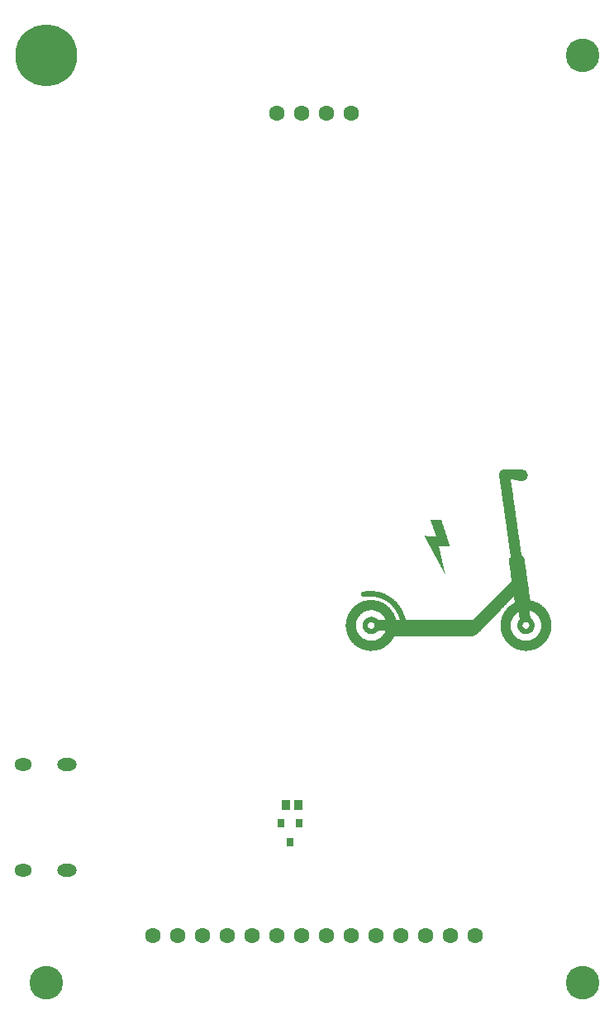
<source format=gbs>
G04*
G04 #@! TF.GenerationSoftware,Altium Limited,Altium Designer,22.11.1 (43)*
G04*
G04 Layer_Color=16711935*
%FSLAX25Y25*%
%MOIN*%
G70*
G04*
G04 #@! TF.SameCoordinates,A43992B1-1ED5-4B78-BC8A-5A3AD63A8115*
G04*
G04*
G04 #@! TF.FilePolarity,Negative*
G04*
G01*
G75*
%ADD33R,0.03747X0.04140*%
%ADD35C,0.06306*%
%ADD36O,0.07880X0.05124*%
%ADD37O,0.07093X0.05124*%
%ADD38C,0.13543*%
%ADD39C,0.24961*%
%ADD45R,0.03150X0.03543*%
G36*
X212250Y226556D02*
X212646D01*
Y226457D01*
X212844D01*
Y226358D01*
X212943D01*
Y226259D01*
X213141D01*
Y226160D01*
X213240D01*
Y226061D01*
X213338D01*
Y225962D01*
X213438D01*
Y225864D01*
X213537D01*
Y225764D01*
X213635D01*
Y225567D01*
X213734D01*
Y225369D01*
X213833D01*
Y225171D01*
X213932D01*
Y224775D01*
X214031D01*
Y223983D01*
X213932D01*
Y223488D01*
X213833D01*
Y223291D01*
X213734D01*
Y223093D01*
X213635D01*
Y222994D01*
X213537D01*
Y222895D01*
X213438D01*
Y222697D01*
X213240D01*
Y222598D01*
X213141D01*
Y222499D01*
X213042D01*
Y222400D01*
X212943D01*
Y222301D01*
X212646D01*
Y222202D01*
X212448D01*
Y222103D01*
X212052D01*
Y222004D01*
X211359D01*
Y222103D01*
X210667D01*
Y222202D01*
X210172D01*
Y222301D01*
X209479D01*
Y222400D01*
X208984D01*
Y222499D01*
X208391D01*
Y222598D01*
X207797D01*
Y222697D01*
X207203D01*
Y222202D01*
X207302D01*
Y221410D01*
X207401D01*
Y220817D01*
X207500D01*
Y220025D01*
X207599D01*
Y219431D01*
X207698D01*
Y218639D01*
X207797D01*
Y218046D01*
X207896D01*
Y217254D01*
X207995D01*
Y216561D01*
X208094D01*
Y215968D01*
X208193D01*
Y215077D01*
X208292D01*
Y214483D01*
X208391D01*
Y213692D01*
X208490D01*
Y213098D01*
X208589D01*
Y212405D01*
X208687D01*
Y211713D01*
X208787D01*
Y211119D01*
X208885D01*
Y210228D01*
X208984D01*
Y209634D01*
X209083D01*
Y208942D01*
X209182D01*
Y208249D01*
X209281D01*
Y207556D01*
X209380D01*
Y206765D01*
X209479D01*
Y206171D01*
X209578D01*
Y205379D01*
X209677D01*
Y204686D01*
X209776D01*
Y204093D01*
X209875D01*
Y203301D01*
X209974D01*
Y202707D01*
X210073D01*
Y201916D01*
X210172D01*
Y201322D01*
X210271D01*
Y200530D01*
X210370D01*
Y199739D01*
X210469D01*
Y199244D01*
X210568D01*
Y198353D01*
X210667D01*
Y197858D01*
X210766D01*
Y197067D01*
X210865D01*
Y196374D01*
X210964D01*
Y195681D01*
X211063D01*
Y194889D01*
X211161D01*
Y194296D01*
X211260D01*
Y193504D01*
X211359D01*
Y192910D01*
X211458D01*
Y192119D01*
X211557D01*
Y191921D01*
X211755D01*
Y191822D01*
X211953D01*
Y191723D01*
X212052D01*
Y191624D01*
X212250D01*
Y191525D01*
X212349D01*
Y191426D01*
X212448D01*
Y191228D01*
X212547D01*
Y191030D01*
X212646D01*
Y190733D01*
X212745D01*
Y189843D01*
X212844D01*
Y189249D01*
X212943D01*
Y188457D01*
X213042D01*
Y187864D01*
X213141D01*
Y187171D01*
X213240D01*
Y186379D01*
X213338D01*
Y185785D01*
X213438D01*
Y184994D01*
X213537D01*
Y184400D01*
X213635D01*
Y183608D01*
X213734D01*
Y182916D01*
X213833D01*
Y182223D01*
X213932D01*
Y181431D01*
X214031D01*
Y180838D01*
X214130D01*
Y180046D01*
X214229D01*
Y179452D01*
X214328D01*
Y178759D01*
X214427D01*
Y177968D01*
X214526D01*
Y177374D01*
X214625D01*
Y176483D01*
X214724D01*
Y175890D01*
X214823D01*
Y175197D01*
X214922D01*
Y174504D01*
X215021D01*
Y174009D01*
X215120D01*
Y173910D01*
X215318D01*
Y173811D01*
X215912D01*
Y173713D01*
X216109D01*
Y173614D01*
X216505D01*
Y173514D01*
X216802D01*
Y173416D01*
X217000D01*
Y173317D01*
X217297D01*
Y173218D01*
X217495D01*
Y173119D01*
X217792D01*
Y173020D01*
X217891D01*
Y172921D01*
X218089D01*
Y172822D01*
X218286D01*
Y172723D01*
X218484D01*
Y172624D01*
X218682D01*
Y172525D01*
X218781D01*
Y172426D01*
X218979D01*
Y172327D01*
X219078D01*
Y172228D01*
X219276D01*
Y172129D01*
X219375D01*
Y172030D01*
X219474D01*
Y171931D01*
X219672D01*
Y171832D01*
X219771D01*
Y171733D01*
X219870D01*
Y171634D01*
X219969D01*
Y171535D01*
X220068D01*
Y171436D01*
X220266D01*
Y171337D01*
X220365D01*
Y171239D01*
X220463D01*
Y171140D01*
X220563D01*
Y171041D01*
X220661D01*
Y170942D01*
X220760D01*
Y170843D01*
X220859D01*
Y170744D01*
X220958D01*
Y170645D01*
X221057D01*
Y170447D01*
X221156D01*
Y170348D01*
X221255D01*
Y170249D01*
X221354D01*
Y170150D01*
X221453D01*
Y169952D01*
X221552D01*
Y169853D01*
X221651D01*
Y169754D01*
X221750D01*
Y169556D01*
X221849D01*
Y169457D01*
X221948D01*
Y169259D01*
X222047D01*
Y169061D01*
X222146D01*
Y168963D01*
X222245D01*
Y168764D01*
X222344D01*
Y168567D01*
X222443D01*
Y168369D01*
X222542D01*
Y168171D01*
X222641D01*
Y167973D01*
X222740D01*
Y167676D01*
X222838D01*
Y167478D01*
X222937D01*
Y167181D01*
X223037D01*
Y166983D01*
X223135D01*
Y166587D01*
X223234D01*
Y166192D01*
X223333D01*
Y165796D01*
X223432D01*
Y165004D01*
X223531D01*
Y163817D01*
X223630D01*
Y163718D01*
X223531D01*
Y162629D01*
X223432D01*
Y161837D01*
X223333D01*
Y161442D01*
X223234D01*
Y161046D01*
X223135D01*
Y160650D01*
X223037D01*
Y160452D01*
X222937D01*
Y160155D01*
X222838D01*
Y159957D01*
X222740D01*
Y159660D01*
X222641D01*
Y159462D01*
X222542D01*
Y159265D01*
X222443D01*
Y159067D01*
X222344D01*
Y158869D01*
X222245D01*
Y158671D01*
X222146D01*
Y158572D01*
X222047D01*
Y158374D01*
X221948D01*
Y158176D01*
X221849D01*
Y158077D01*
X221750D01*
Y157879D01*
X221651D01*
Y157780D01*
X221552D01*
Y157681D01*
X221453D01*
Y157483D01*
X221354D01*
Y157384D01*
X221255D01*
Y157285D01*
X221156D01*
Y157186D01*
X221057D01*
Y156989D01*
X220958D01*
Y156889D01*
X220859D01*
Y156791D01*
X220760D01*
Y156692D01*
X220661D01*
Y156593D01*
X220563D01*
Y156494D01*
X220463D01*
Y156395D01*
X220365D01*
Y156296D01*
X220266D01*
Y156197D01*
X220068D01*
Y155999D01*
X219870D01*
Y155900D01*
X219771D01*
Y155801D01*
X219672D01*
Y155702D01*
X219573D01*
Y155603D01*
X219375D01*
Y155504D01*
X219276D01*
Y155405D01*
X219078D01*
Y155306D01*
X218979D01*
Y155207D01*
X218781D01*
Y155108D01*
X218682D01*
Y155009D01*
X218484D01*
Y154910D01*
X218286D01*
Y154811D01*
X218089D01*
Y154712D01*
X217990D01*
Y154613D01*
X217693D01*
Y154515D01*
X217594D01*
Y154416D01*
X217297D01*
Y154317D01*
X217099D01*
Y154218D01*
X216802D01*
Y154119D01*
X216505D01*
Y154020D01*
X216208D01*
Y153921D01*
X215812D01*
Y153822D01*
X215417D01*
Y153723D01*
X214922D01*
Y153624D01*
X213833D01*
Y153525D01*
X212943D01*
Y153624D01*
X211656D01*
Y153723D01*
X211161D01*
Y153822D01*
X210766D01*
Y153921D01*
X210370D01*
Y154020D01*
X210172D01*
Y154119D01*
X209776D01*
Y154218D01*
X209578D01*
Y154317D01*
X209281D01*
Y154416D01*
X209083D01*
Y154515D01*
X208885D01*
Y154613D01*
X208687D01*
Y154712D01*
X208490D01*
Y154811D01*
X208292D01*
Y154910D01*
X208094D01*
Y155009D01*
X207995D01*
Y155108D01*
X207797D01*
Y155207D01*
X207698D01*
Y155306D01*
X207500D01*
Y155405D01*
X207401D01*
Y155504D01*
X207203D01*
Y155603D01*
X207104D01*
Y155702D01*
X207005D01*
Y155801D01*
X206807D01*
Y155900D01*
X206708D01*
Y155999D01*
X206609D01*
Y156098D01*
X206510D01*
Y156197D01*
X206412D01*
Y156296D01*
X206312D01*
Y156395D01*
X206213D01*
Y156494D01*
X206115D01*
Y156593D01*
X206016D01*
Y156692D01*
X205917D01*
Y156791D01*
X205818D01*
Y156889D01*
X205719D01*
Y156989D01*
X205620D01*
Y157088D01*
X205521D01*
Y157186D01*
X205422D01*
Y157285D01*
X205323D01*
Y157483D01*
X205224D01*
Y157582D01*
X205125D01*
Y157681D01*
X205026D01*
Y157780D01*
X204927D01*
Y157978D01*
X204828D01*
Y158077D01*
X204729D01*
Y158275D01*
X204630D01*
Y158473D01*
X204531D01*
Y158572D01*
X204432D01*
Y158770D01*
X204333D01*
Y158968D01*
X204234D01*
Y159166D01*
X204135D01*
Y159363D01*
X204036D01*
Y159462D01*
X203938D01*
Y159759D01*
X203838D01*
Y159957D01*
X203740D01*
Y160254D01*
X203641D01*
Y160551D01*
X203542D01*
Y160848D01*
X203443D01*
Y161244D01*
X203344D01*
Y161541D01*
X203245D01*
Y162134D01*
X203146D01*
Y162728D01*
X203047D01*
Y164806D01*
X203146D01*
Y165499D01*
X203245D01*
Y166093D01*
X203344D01*
Y166390D01*
X203443D01*
Y166785D01*
X203542D01*
Y167082D01*
X203641D01*
Y167379D01*
X203740D01*
Y167676D01*
X203838D01*
Y167874D01*
X203938D01*
Y168171D01*
X204036D01*
Y168270D01*
X204135D01*
Y168567D01*
X204234D01*
Y168666D01*
X204333D01*
Y168863D01*
X204432D01*
Y169061D01*
X204531D01*
Y169160D01*
X204630D01*
Y169358D01*
X204729D01*
Y169556D01*
X204828D01*
Y169655D01*
X204927D01*
Y169853D01*
X205026D01*
Y169952D01*
X205125D01*
Y170051D01*
X205224D01*
Y170150D01*
X205323D01*
Y170348D01*
X205422D01*
Y170447D01*
X205521D01*
Y170546D01*
X205620D01*
Y170645D01*
X205719D01*
Y170744D01*
X205818D01*
Y170843D01*
X205917D01*
Y170942D01*
X206016D01*
Y171041D01*
X206115D01*
Y171140D01*
X206213D01*
Y171239D01*
X206312D01*
Y171337D01*
X206412D01*
Y171436D01*
X206510D01*
Y171535D01*
X206609D01*
Y171634D01*
X206708D01*
Y171733D01*
X206807D01*
Y171832D01*
X207005D01*
Y171931D01*
X207104D01*
Y172030D01*
X207203D01*
Y172129D01*
X207401D01*
Y172228D01*
X207500D01*
Y172327D01*
X207599D01*
Y172426D01*
X207797D01*
Y172525D01*
X207995D01*
Y172624D01*
X208193D01*
Y172723D01*
X208292D01*
Y172822D01*
X208490D01*
Y172921D01*
X208687D01*
Y174009D01*
X208589D01*
Y174603D01*
X208490D01*
Y175296D01*
X208391D01*
Y175395D01*
X208292D01*
Y175296D01*
X208193D01*
Y175197D01*
X208094D01*
Y175098D01*
X207995D01*
Y174999D01*
X207896D01*
Y174900D01*
X207797D01*
Y174801D01*
X207698D01*
Y174702D01*
X207599D01*
Y174603D01*
X207500D01*
Y174504D01*
X207401D01*
Y174405D01*
X207302D01*
Y174306D01*
X207203D01*
Y174207D01*
X207104D01*
Y174108D01*
X207005D01*
Y174009D01*
X206906D01*
Y173910D01*
X206807D01*
Y173811D01*
X206708D01*
Y173713D01*
X206609D01*
Y173614D01*
X206510D01*
Y173514D01*
X206412D01*
Y173416D01*
X206312D01*
Y173218D01*
X206115D01*
Y173020D01*
X206016D01*
Y172921D01*
X205917D01*
Y172822D01*
X205818D01*
Y172723D01*
X205719D01*
Y172624D01*
X205620D01*
Y172525D01*
X205521D01*
Y172426D01*
X205422D01*
Y172327D01*
X205323D01*
Y172228D01*
X205224D01*
Y172129D01*
X205125D01*
Y172030D01*
X205026D01*
Y171931D01*
X204927D01*
Y171832D01*
X204828D01*
Y171733D01*
X204729D01*
Y171634D01*
X204630D01*
Y171535D01*
X204531D01*
Y171436D01*
X204432D01*
Y171337D01*
X204333D01*
Y171239D01*
X204234D01*
Y171140D01*
X204135D01*
Y171041D01*
X204036D01*
Y170942D01*
X203938D01*
Y170843D01*
X203838D01*
Y170744D01*
X203740D01*
Y170645D01*
X203641D01*
Y170546D01*
X203542D01*
Y170447D01*
X203443D01*
Y170249D01*
X203245D01*
Y170051D01*
X203146D01*
Y169952D01*
X203047D01*
Y169853D01*
X202948D01*
Y169754D01*
X202849D01*
Y169655D01*
X202750D01*
Y169556D01*
X202651D01*
Y169457D01*
X202552D01*
Y169358D01*
X202453D01*
Y169259D01*
X202354D01*
Y169160D01*
X202255D01*
Y169061D01*
X202156D01*
Y168963D01*
X202057D01*
Y168863D01*
X201958D01*
Y168764D01*
X201859D01*
Y168666D01*
X201760D01*
Y168567D01*
X201661D01*
Y168468D01*
X201562D01*
Y168369D01*
X201464D01*
Y168270D01*
X201365D01*
Y168171D01*
X201266D01*
Y168072D01*
X201167D01*
Y167973D01*
X201068D01*
Y167874D01*
X200969D01*
Y167775D01*
X200870D01*
Y167676D01*
X200771D01*
Y167577D01*
X200672D01*
Y167379D01*
X200573D01*
Y167280D01*
X200474D01*
Y167181D01*
X200375D01*
Y167082D01*
X200276D01*
Y166983D01*
X200177D01*
Y166884D01*
X200078D01*
Y166785D01*
X199979D01*
Y166686D01*
X199880D01*
Y166587D01*
X199781D01*
Y166489D01*
X199682D01*
Y166390D01*
X199583D01*
Y166291D01*
X199484D01*
Y166192D01*
X199385D01*
Y166093D01*
X199286D01*
Y165994D01*
X199188D01*
Y165895D01*
X199089D01*
Y165796D01*
X198990D01*
Y165697D01*
X198891D01*
Y165598D01*
X198792D01*
Y165499D01*
X198693D01*
Y165400D01*
X198594D01*
Y165301D01*
X198495D01*
Y165202D01*
X198396D01*
Y165103D01*
X198297D01*
Y165004D01*
X198198D01*
Y164806D01*
X198000D01*
Y164608D01*
X197802D01*
Y164410D01*
X197703D01*
Y164311D01*
X197604D01*
Y164213D01*
X197505D01*
Y164113D01*
X197406D01*
Y164014D01*
X197307D01*
Y163916D01*
X197208D01*
Y163817D01*
X197109D01*
Y163718D01*
X197010D01*
Y163619D01*
X196912D01*
Y163520D01*
X196812D01*
Y163421D01*
X196713D01*
Y163322D01*
X196615D01*
Y163223D01*
X196516D01*
Y163124D01*
X196417D01*
Y163025D01*
X196318D01*
Y162926D01*
X196219D01*
Y162827D01*
X196120D01*
Y162728D01*
X196021D01*
Y162629D01*
X195922D01*
Y162530D01*
X195823D01*
Y162431D01*
X195724D01*
Y162332D01*
X195625D01*
Y162233D01*
X195526D01*
Y162134D01*
X195427D01*
Y161936D01*
X195229D01*
Y161739D01*
X195130D01*
Y161639D01*
X195031D01*
Y161541D01*
X194932D01*
Y161442D01*
X194734D01*
Y161343D01*
X194635D01*
Y161244D01*
X194536D01*
Y161145D01*
X194438D01*
Y161046D01*
X194339D01*
Y160947D01*
X194240D01*
Y160848D01*
X194141D01*
Y160749D01*
X194042D01*
Y160650D01*
X193943D01*
Y160551D01*
X193844D01*
Y160452D01*
X193745D01*
Y160353D01*
X193547D01*
Y160254D01*
X193448D01*
Y160155D01*
X193250D01*
Y160056D01*
X193052D01*
Y159957D01*
X192953D01*
Y159858D01*
X192755D01*
Y159759D01*
X192557D01*
Y159660D01*
X192260D01*
Y159561D01*
X191964D01*
Y159462D01*
X191667D01*
Y159363D01*
X191073D01*
Y159265D01*
X160594D01*
Y159363D01*
X160099D01*
Y159166D01*
X160000D01*
Y158968D01*
X159901D01*
Y158869D01*
X159802D01*
Y158671D01*
X159703D01*
Y158473D01*
X159604D01*
Y158275D01*
X159505D01*
Y158176D01*
X159406D01*
Y158077D01*
X159307D01*
Y157879D01*
X159208D01*
Y157780D01*
X159109D01*
Y157582D01*
X159010D01*
Y157483D01*
X158912D01*
Y157384D01*
X158812D01*
Y157186D01*
X158713D01*
Y157088D01*
X158615D01*
Y156989D01*
X158516D01*
Y156889D01*
X158417D01*
Y156791D01*
X158318D01*
Y156692D01*
X158219D01*
Y156593D01*
X158120D01*
Y156494D01*
X158021D01*
Y156395D01*
X157922D01*
Y156296D01*
X157823D01*
Y156197D01*
X157724D01*
Y156098D01*
X157625D01*
Y155999D01*
X157427D01*
Y155900D01*
X157328D01*
Y155801D01*
X157229D01*
Y155702D01*
X157130D01*
Y155603D01*
X156932D01*
Y155504D01*
X156833D01*
Y155405D01*
X156734D01*
Y155306D01*
X156536D01*
Y155207D01*
X156438D01*
Y155108D01*
X156240D01*
Y155009D01*
X156042D01*
Y154910D01*
X155943D01*
Y154811D01*
X155745D01*
Y154712D01*
X155547D01*
Y154613D01*
X155349D01*
Y154515D01*
X155151D01*
Y154416D01*
X154854D01*
Y154317D01*
X154656D01*
Y154218D01*
X154458D01*
Y154119D01*
X154062D01*
Y154020D01*
X153865D01*
Y153921D01*
X153370D01*
Y153822D01*
X152974D01*
Y153723D01*
X152479D01*
Y153624D01*
X151292D01*
Y153525D01*
X150302D01*
Y153624D01*
X149312D01*
Y153723D01*
X148818D01*
Y153822D01*
X148422D01*
Y153921D01*
X147927D01*
Y154020D01*
X147729D01*
Y154119D01*
X147333D01*
Y154218D01*
X147135D01*
Y154317D01*
X146838D01*
Y154416D01*
X146641D01*
Y154515D01*
X146443D01*
Y154613D01*
X146245D01*
Y154712D01*
X146047D01*
Y154811D01*
X145849D01*
Y154910D01*
X145750D01*
Y155009D01*
X145552D01*
Y155108D01*
X145354D01*
Y155207D01*
X145255D01*
Y155306D01*
X145057D01*
Y155405D01*
X144958D01*
Y155504D01*
X144760D01*
Y155603D01*
X144661D01*
Y155702D01*
X144562D01*
Y155801D01*
X144365D01*
Y155900D01*
X144266D01*
Y155999D01*
X144167D01*
Y156098D01*
X144068D01*
Y156197D01*
X143969D01*
Y156296D01*
X143870D01*
Y156395D01*
X143771D01*
Y156494D01*
X143672D01*
Y156593D01*
X143573D01*
Y156692D01*
X143474D01*
Y156791D01*
X143375D01*
Y156889D01*
X143276D01*
Y156989D01*
X143177D01*
Y157088D01*
X143078D01*
Y157186D01*
X142979D01*
Y157384D01*
X142880D01*
Y157483D01*
X142781D01*
Y157582D01*
X142682D01*
Y157780D01*
X142583D01*
Y157879D01*
X142484D01*
Y157978D01*
X142385D01*
Y158176D01*
X142287D01*
Y158275D01*
X142188D01*
Y158473D01*
X142088D01*
Y158572D01*
X141990D01*
Y158770D01*
X141891D01*
Y158968D01*
X141792D01*
Y159166D01*
X141693D01*
Y159363D01*
X141594D01*
Y159561D01*
X141495D01*
Y159858D01*
X141396D01*
Y160056D01*
X141297D01*
Y160353D01*
X141198D01*
Y160551D01*
X141099D01*
Y160848D01*
X141000D01*
Y161343D01*
X140901D01*
Y161639D01*
X140802D01*
Y162332D01*
X140703D01*
Y163124D01*
X140604D01*
Y164509D01*
X140703D01*
Y165301D01*
X140802D01*
Y165994D01*
X140901D01*
Y166291D01*
X141000D01*
Y166785D01*
X141099D01*
Y167082D01*
X141198D01*
Y167280D01*
X141297D01*
Y167577D01*
X141396D01*
Y167775D01*
X141495D01*
Y168072D01*
X141594D01*
Y168270D01*
X141693D01*
Y168468D01*
X141792D01*
Y168666D01*
X141891D01*
Y168863D01*
X141990D01*
Y169061D01*
X142088D01*
Y169160D01*
X142188D01*
Y169358D01*
X142287D01*
Y169457D01*
X142385D01*
Y169655D01*
X142484D01*
Y169754D01*
X142583D01*
Y169853D01*
X142682D01*
Y170051D01*
X142781D01*
Y170150D01*
X142880D01*
Y170249D01*
X142979D01*
Y170447D01*
X143078D01*
Y170546D01*
X143177D01*
Y170645D01*
X143276D01*
Y170744D01*
X143375D01*
Y170843D01*
X143474D01*
Y170942D01*
X143573D01*
Y171041D01*
X143672D01*
Y171140D01*
X143771D01*
Y171239D01*
X143870D01*
Y171337D01*
X143969D01*
Y171436D01*
X144068D01*
Y171535D01*
X144167D01*
Y171634D01*
X144266D01*
Y171733D01*
X144464D01*
Y171832D01*
X144562D01*
Y171931D01*
X144661D01*
Y172030D01*
X144760D01*
Y172129D01*
X144958D01*
Y172228D01*
X145057D01*
Y172327D01*
X145255D01*
Y172426D01*
X145354D01*
Y172525D01*
X145552D01*
Y172624D01*
X145750D01*
Y172723D01*
X145849D01*
Y172822D01*
X146047D01*
Y172921D01*
X146245D01*
Y173020D01*
X146443D01*
Y173119D01*
X146740D01*
Y173218D01*
X146838D01*
Y173317D01*
X147135D01*
Y173416D01*
X147432D01*
Y173514D01*
X147630D01*
Y173614D01*
X148026D01*
Y173713D01*
X148323D01*
Y173811D01*
X148818D01*
Y173910D01*
X149312D01*
Y174009D01*
X150302D01*
Y174108D01*
X151391D01*
Y174009D01*
X152479D01*
Y173910D01*
X152875D01*
Y173811D01*
X153469D01*
Y173713D01*
X153766D01*
Y173614D01*
X154062D01*
Y173514D01*
X154359D01*
Y173416D01*
X154656D01*
Y173317D01*
X154854D01*
Y173218D01*
X155052D01*
Y173119D01*
X155349D01*
Y173020D01*
X155547D01*
Y172921D01*
X155745D01*
Y172822D01*
X155943D01*
Y172723D01*
X156042D01*
Y172624D01*
X156240D01*
Y172525D01*
X156339D01*
Y172426D01*
X156536D01*
Y172327D01*
X156734D01*
Y172228D01*
X156833D01*
Y172129D01*
X156932D01*
Y172030D01*
X157130D01*
Y171931D01*
X157229D01*
Y171832D01*
X157328D01*
Y171733D01*
X157526D01*
Y171634D01*
X157625D01*
Y171535D01*
X157724D01*
Y171436D01*
X157823D01*
Y171337D01*
X157922D01*
Y171239D01*
X158021D01*
Y171140D01*
X158120D01*
Y171041D01*
X158219D01*
Y170942D01*
X158318D01*
Y170843D01*
X158417D01*
Y170744D01*
X158516D01*
Y170645D01*
X158615D01*
Y170546D01*
X158713D01*
Y170447D01*
X158812D01*
Y170249D01*
X158912D01*
Y170150D01*
X159010D01*
Y170051D01*
X159109D01*
Y169853D01*
X159208D01*
Y169754D01*
X159307D01*
Y169556D01*
X159406D01*
Y169457D01*
X159505D01*
Y169259D01*
X159604D01*
Y169160D01*
X159703D01*
Y168963D01*
X159802D01*
Y168764D01*
X159901D01*
Y168666D01*
X160000D01*
Y168468D01*
X160099D01*
Y168270D01*
X160198D01*
Y168072D01*
X160297D01*
Y167775D01*
X160396D01*
Y167577D01*
X160495D01*
Y167280D01*
X160594D01*
Y166983D01*
X160693D01*
Y166686D01*
X160792D01*
Y166291D01*
X160891D01*
Y166093D01*
X160990D01*
Y165994D01*
X162276D01*
Y166093D01*
X162375D01*
Y166489D01*
X162276D01*
Y166686D01*
X162177D01*
Y167082D01*
X162078D01*
Y167280D01*
X161979D01*
Y167577D01*
X161880D01*
Y167874D01*
X161781D01*
Y168072D01*
X161682D01*
Y168270D01*
X161583D01*
Y168468D01*
X161484D01*
Y168764D01*
X161385D01*
Y168863D01*
X161286D01*
Y169061D01*
X161188D01*
Y169259D01*
X161089D01*
Y169358D01*
X160990D01*
Y169556D01*
X160891D01*
Y169655D01*
X160792D01*
Y169853D01*
X160693D01*
Y170051D01*
X160594D01*
Y170150D01*
X160495D01*
Y170348D01*
X160396D01*
Y170447D01*
X160297D01*
Y170546D01*
X160198D01*
Y170744D01*
X160099D01*
Y170843D01*
X160000D01*
Y170942D01*
X159901D01*
Y171041D01*
X159802D01*
Y171239D01*
X159604D01*
Y171436D01*
X159505D01*
Y171535D01*
X159406D01*
Y171634D01*
X159307D01*
Y171733D01*
X159208D01*
Y171832D01*
X159109D01*
Y171931D01*
X159010D01*
Y172030D01*
X158912D01*
Y172129D01*
X158812D01*
Y172228D01*
X158713D01*
Y172327D01*
X158615D01*
Y172426D01*
X158417D01*
Y172525D01*
X158318D01*
Y172624D01*
X158219D01*
Y172723D01*
X158120D01*
Y172822D01*
X158021D01*
Y172921D01*
X157823D01*
Y173020D01*
X157724D01*
Y173119D01*
X157625D01*
Y173218D01*
X157427D01*
Y173317D01*
X157328D01*
Y173416D01*
X157130D01*
Y173514D01*
X157031D01*
Y173614D01*
X156833D01*
Y173713D01*
X156635D01*
Y173811D01*
X156536D01*
Y173910D01*
X156339D01*
Y174009D01*
X156141D01*
Y174108D01*
X155943D01*
Y174207D01*
X155745D01*
Y174306D01*
X155547D01*
Y174405D01*
X155349D01*
Y174504D01*
X155151D01*
Y174603D01*
X154854D01*
Y174702D01*
X154656D01*
Y174801D01*
X154359D01*
Y174900D01*
X154062D01*
Y174999D01*
X153667D01*
Y175098D01*
X153271D01*
Y175197D01*
X152875D01*
Y175296D01*
X152182D01*
Y175395D01*
X151588D01*
Y175494D01*
X149214D01*
Y175395D01*
X148521D01*
Y175296D01*
X147630D01*
Y175395D01*
X147432D01*
Y175494D01*
X147234D01*
Y175593D01*
X147135D01*
Y175692D01*
X147037D01*
Y175890D01*
X146938D01*
Y176186D01*
X146838D01*
Y176582D01*
X146938D01*
Y176978D01*
X147037D01*
Y177077D01*
X147135D01*
Y177275D01*
X147234D01*
Y177374D01*
X147432D01*
Y177473D01*
X147630D01*
Y177572D01*
X148323D01*
Y177671D01*
X149115D01*
Y177770D01*
X151688D01*
Y177671D01*
X152479D01*
Y177572D01*
X153172D01*
Y177473D01*
X153568D01*
Y177374D01*
X154062D01*
Y177275D01*
X154359D01*
Y177176D01*
X154755D01*
Y177077D01*
X155052D01*
Y176978D01*
X155349D01*
Y176879D01*
X155646D01*
Y176780D01*
X155844D01*
Y176681D01*
X156141D01*
Y176582D01*
X156339D01*
Y176483D01*
X156536D01*
Y176384D01*
X156734D01*
Y176285D01*
X156932D01*
Y176186D01*
X157229D01*
Y176087D01*
X157328D01*
Y175988D01*
X157526D01*
Y175890D01*
X157724D01*
Y175791D01*
X157823D01*
Y175692D01*
X158021D01*
Y175593D01*
X158219D01*
Y175494D01*
X158417D01*
Y175395D01*
X158516D01*
Y175296D01*
X158615D01*
Y175197D01*
X158812D01*
Y175098D01*
X158912D01*
Y174999D01*
X159109D01*
Y174900D01*
X159208D01*
Y174801D01*
X159307D01*
Y174702D01*
X159505D01*
Y174603D01*
X159604D01*
Y174504D01*
X159703D01*
Y174405D01*
X159802D01*
Y174306D01*
X160000D01*
Y174207D01*
X160099D01*
Y174108D01*
X160198D01*
Y174009D01*
X160297D01*
Y173910D01*
X160396D01*
Y173811D01*
X160495D01*
Y173713D01*
X160594D01*
Y173614D01*
X160693D01*
Y173514D01*
X160792D01*
Y173416D01*
X160891D01*
Y173317D01*
X160990D01*
Y173218D01*
X161089D01*
Y173119D01*
X161188D01*
Y173020D01*
X161286D01*
Y172921D01*
X161385D01*
Y172822D01*
X161484D01*
Y172624D01*
X161583D01*
Y172525D01*
X161682D01*
Y172426D01*
X161781D01*
Y172327D01*
X161880D01*
Y172228D01*
X161979D01*
Y172030D01*
X162078D01*
Y171931D01*
X162177D01*
Y171832D01*
X162276D01*
Y171634D01*
X162375D01*
Y171535D01*
X162474D01*
Y171436D01*
X162573D01*
Y171239D01*
X162672D01*
Y171041D01*
X162771D01*
Y170942D01*
X162870D01*
Y170744D01*
X162969D01*
Y170645D01*
X163068D01*
Y170447D01*
X163167D01*
Y170249D01*
X163266D01*
Y170051D01*
X163365D01*
Y169853D01*
X163463D01*
Y169655D01*
X163563D01*
Y169457D01*
X163662D01*
Y169259D01*
X163760D01*
Y169061D01*
X163859D01*
Y168863D01*
X163958D01*
Y168567D01*
X164057D01*
Y168270D01*
X164156D01*
Y168072D01*
X164255D01*
Y167676D01*
X164354D01*
Y167478D01*
X164453D01*
Y167082D01*
X164552D01*
Y166785D01*
X164651D01*
Y166291D01*
X164750D01*
Y166093D01*
X164948D01*
Y165994D01*
X191964D01*
Y166093D01*
X192062D01*
Y166192D01*
X192162D01*
Y166291D01*
X192260D01*
Y166390D01*
X192359D01*
Y166489D01*
X192458D01*
Y166587D01*
X192557D01*
Y166686D01*
X192656D01*
Y166785D01*
X192755D01*
Y166884D01*
X192854D01*
Y166983D01*
X192953D01*
Y167082D01*
X193052D01*
Y167181D01*
X193151D01*
Y167280D01*
X193250D01*
Y167379D01*
X193349D01*
Y167478D01*
X193448D01*
Y167577D01*
X193547D01*
Y167676D01*
X193646D01*
Y167775D01*
X193745D01*
Y167874D01*
X193844D01*
Y167973D01*
X193943D01*
Y168072D01*
X194042D01*
Y168171D01*
X194141D01*
Y168270D01*
X194240D01*
Y168369D01*
X194339D01*
Y168468D01*
X194438D01*
Y168567D01*
X194536D01*
Y168666D01*
X194635D01*
Y168764D01*
X194734D01*
Y168863D01*
X194833D01*
Y168963D01*
X194932D01*
Y169061D01*
X195031D01*
Y169160D01*
X195130D01*
Y169259D01*
X195229D01*
Y169358D01*
X195328D01*
Y169457D01*
X195427D01*
Y169556D01*
X195526D01*
Y169655D01*
X195625D01*
Y169754D01*
X195724D01*
Y169853D01*
X195823D01*
Y169952D01*
X195922D01*
Y170051D01*
X196021D01*
Y170150D01*
X196120D01*
Y170249D01*
X196219D01*
Y170348D01*
X196318D01*
Y170447D01*
X196417D01*
Y170546D01*
X196516D01*
Y170645D01*
X196615D01*
Y170744D01*
X196713D01*
Y170843D01*
X196812D01*
Y170942D01*
X196912D01*
Y171041D01*
X197010D01*
Y171140D01*
X197109D01*
Y171239D01*
X197208D01*
Y171337D01*
X197307D01*
Y171436D01*
X197406D01*
Y171535D01*
X197505D01*
Y171634D01*
X197604D01*
Y171733D01*
X197703D01*
Y171832D01*
X197802D01*
Y171931D01*
X197901D01*
Y172030D01*
X198000D01*
Y172129D01*
X198099D01*
Y172228D01*
X198198D01*
Y172327D01*
X198297D01*
Y172426D01*
X198396D01*
Y172525D01*
X198495D01*
Y172624D01*
X198594D01*
Y172723D01*
X198693D01*
Y172822D01*
X198792D01*
Y172921D01*
X198891D01*
Y173020D01*
X198990D01*
Y173119D01*
X199089D01*
Y173218D01*
X199188D01*
Y173317D01*
X199286D01*
Y173416D01*
X199385D01*
Y173514D01*
X199484D01*
Y173614D01*
X199583D01*
Y173713D01*
X199682D01*
Y173811D01*
X199781D01*
Y173910D01*
X199880D01*
Y174009D01*
X199979D01*
Y174108D01*
X200078D01*
Y174207D01*
X200177D01*
Y174306D01*
X200276D01*
Y174405D01*
X200375D01*
Y174504D01*
X200474D01*
Y174603D01*
X200573D01*
Y174702D01*
X200672D01*
Y174801D01*
X200771D01*
Y174900D01*
X200870D01*
Y174999D01*
X200969D01*
Y175098D01*
X201068D01*
Y175197D01*
X201167D01*
Y175296D01*
X201266D01*
Y175395D01*
X201365D01*
Y175494D01*
X201464D01*
Y175593D01*
X201562D01*
Y175692D01*
X201661D01*
Y175791D01*
X201760D01*
Y175890D01*
X201859D01*
Y175988D01*
X201958D01*
Y176087D01*
X202057D01*
Y176186D01*
X202156D01*
Y176285D01*
X202255D01*
Y176384D01*
X202354D01*
Y176483D01*
X202453D01*
Y176582D01*
X202552D01*
Y176681D01*
X202651D01*
Y176780D01*
X202750D01*
Y176879D01*
X202849D01*
Y176978D01*
X202948D01*
Y177077D01*
X203047D01*
Y177176D01*
X203146D01*
Y177275D01*
X203245D01*
Y177374D01*
X203344D01*
Y177473D01*
X203443D01*
Y177572D01*
X203542D01*
Y177671D01*
X203641D01*
Y177770D01*
X203740D01*
Y177869D01*
X203838D01*
Y177968D01*
X203938D01*
Y178067D01*
X204036D01*
Y178166D01*
X204135D01*
Y178264D01*
X204234D01*
Y178364D01*
X204333D01*
Y178463D01*
X204432D01*
Y178561D01*
X204531D01*
Y178660D01*
X204630D01*
Y178759D01*
X204729D01*
Y178858D01*
X204828D01*
Y178957D01*
X204927D01*
Y179056D01*
X205026D01*
Y179155D01*
X205125D01*
Y179254D01*
X205224D01*
Y179353D01*
X205323D01*
Y179452D01*
X205422D01*
Y179551D01*
X205521D01*
Y179650D01*
X205620D01*
Y179749D01*
X205719D01*
Y179848D01*
X205818D01*
Y179947D01*
X205917D01*
Y180046D01*
X206016D01*
Y180145D01*
X206115D01*
Y180244D01*
X206213D01*
Y180343D01*
X206312D01*
Y180442D01*
X206412D01*
Y180541D01*
X206510D01*
Y180640D01*
X206609D01*
Y180738D01*
X206708D01*
Y180838D01*
X206807D01*
Y180936D01*
X206906D01*
Y181035D01*
X207005D01*
Y181134D01*
X207104D01*
Y181233D01*
X207203D01*
Y181332D01*
X207302D01*
Y181431D01*
X207401D01*
Y181530D01*
X207500D01*
Y181728D01*
X207599D01*
Y181926D01*
X207500D01*
Y182619D01*
X207401D01*
Y183212D01*
X207302D01*
Y184004D01*
X207203D01*
Y184697D01*
X207104D01*
Y185291D01*
X207005D01*
Y186082D01*
X206906D01*
Y186676D01*
X206807D01*
Y187468D01*
X206708D01*
Y188061D01*
X206609D01*
Y188853D01*
X206510D01*
Y189546D01*
X206412D01*
Y190535D01*
X206510D01*
Y190733D01*
X206609D01*
Y190931D01*
X206708D01*
Y191030D01*
X206807D01*
Y191129D01*
X207005D01*
Y191228D01*
X207104D01*
Y191327D01*
Y191426D01*
Y191525D01*
X207203D01*
Y191624D01*
X207104D01*
Y192218D01*
X207005D01*
Y192910D01*
X206906D01*
Y193504D01*
X206807D01*
Y194296D01*
X206708D01*
Y194889D01*
X206609D01*
Y195780D01*
X206510D01*
Y196374D01*
X206412D01*
Y197067D01*
X206312D01*
Y197858D01*
X206213D01*
Y198353D01*
X206115D01*
Y199244D01*
X206016D01*
Y199739D01*
X205917D01*
Y200629D01*
X205818D01*
Y201322D01*
X205719D01*
Y201916D01*
X205620D01*
Y202707D01*
X205521D01*
Y203301D01*
X205422D01*
Y204093D01*
X205323D01*
Y204686D01*
X205224D01*
Y205478D01*
X205125D01*
Y206171D01*
X205026D01*
Y206765D01*
X204927D01*
Y207556D01*
X204828D01*
Y208150D01*
X204729D01*
Y208942D01*
X204630D01*
Y209634D01*
X204531D01*
Y210228D01*
X204432D01*
Y211119D01*
X204333D01*
Y211613D01*
X204234D01*
Y212504D01*
X204135D01*
Y213098D01*
X204036D01*
Y213791D01*
X203938D01*
Y214483D01*
X203838D01*
Y215176D01*
X203740D01*
Y215968D01*
X203641D01*
Y216561D01*
X203542D01*
Y217353D01*
X203443D01*
Y217947D01*
X203344D01*
Y218639D01*
X203245D01*
Y219431D01*
X203146D01*
Y220025D01*
X203047D01*
Y220817D01*
X202948D01*
Y221410D01*
X202849D01*
Y222103D01*
X202750D01*
Y222400D01*
X202651D01*
Y222994D01*
X202552D01*
Y223785D01*
X202453D01*
Y224379D01*
X202354D01*
Y224973D01*
X202453D01*
Y225369D01*
X202552D01*
Y225567D01*
X202651D01*
Y225764D01*
X202750D01*
Y225864D01*
X202849D01*
Y225962D01*
X202948D01*
Y226061D01*
X203047D01*
Y226259D01*
X203245D01*
Y226358D01*
X203344D01*
Y226457D01*
X203542D01*
Y226556D01*
X203838D01*
Y226655D01*
X212250D01*
Y226556D01*
D02*
G37*
G36*
X175902Y206479D02*
X178171D01*
Y206406D01*
X179123D01*
Y206332D01*
X179196D01*
Y206186D01*
X179269D01*
Y205966D01*
X179342D01*
Y205747D01*
X179416D01*
Y205527D01*
X179489D01*
Y205308D01*
X179562D01*
Y205015D01*
X179635D01*
Y204869D01*
X179708D01*
Y204649D01*
X179781D01*
Y204356D01*
X179855D01*
Y204210D01*
X179928D01*
Y203917D01*
X180001D01*
Y203770D01*
X180074D01*
Y203478D01*
X180148D01*
Y203331D01*
X180221D01*
Y203112D01*
X180294D01*
Y202819D01*
X180367D01*
Y202673D01*
X180440D01*
Y202453D01*
X180514D01*
Y202233D01*
X180587D01*
Y201941D01*
X180660D01*
Y201721D01*
X180733D01*
Y201575D01*
X180806D01*
Y201282D01*
X180879D01*
Y201062D01*
X180953D01*
Y200843D01*
X181026D01*
Y200623D01*
X181099D01*
Y200403D01*
X181172D01*
Y200184D01*
X181246D01*
Y200037D01*
X181319D01*
Y199745D01*
X181392D01*
Y199525D01*
X181465D01*
Y199305D01*
X181538D01*
Y199086D01*
X181612D01*
Y198866D01*
X181685D01*
Y198647D01*
X181758D01*
Y198427D01*
X181831D01*
Y198207D01*
X181904D01*
Y197988D01*
X181977D01*
Y197768D01*
X182051D01*
Y197549D01*
X182124D01*
Y197329D01*
X182197D01*
Y197109D01*
X182270D01*
Y196890D01*
X182343D01*
Y196597D01*
X182417D01*
Y196451D01*
X182490D01*
Y196231D01*
X182563D01*
Y196011D01*
X182636D01*
Y195865D01*
X182710D01*
Y195719D01*
X182636D01*
Y195645D01*
X180879D01*
Y195719D01*
X178244D01*
Y195645D01*
X178171D01*
Y195499D01*
X178244D01*
Y195206D01*
X178318D01*
Y194840D01*
X178391D01*
Y194547D01*
X178464D01*
Y194182D01*
X178537D01*
Y193889D01*
X178610D01*
Y193596D01*
X178684D01*
Y193230D01*
X178757D01*
Y192937D01*
X178830D01*
Y192644D01*
X178903D01*
Y192278D01*
X178976D01*
Y191986D01*
X179050D01*
Y191620D01*
X179123D01*
Y191400D01*
X179196D01*
Y190961D01*
X179269D01*
Y190668D01*
X179342D01*
Y190375D01*
X179416D01*
Y190082D01*
X179489D01*
Y189790D01*
X179562D01*
Y189424D01*
X179635D01*
Y189131D01*
X179708D01*
Y188765D01*
X179781D01*
Y188399D01*
X179855D01*
Y188179D01*
X179928D01*
Y187813D01*
X180001D01*
Y187594D01*
X180074D01*
Y187154D01*
X180148D01*
Y186862D01*
X180221D01*
Y186496D01*
X180294D01*
Y186130D01*
X180367D01*
Y185910D01*
X180440D01*
Y185544D01*
X180514D01*
Y185251D01*
X180587D01*
Y185032D01*
X180660D01*
Y184666D01*
X180587D01*
Y184739D01*
X180514D01*
Y184812D01*
X180440D01*
Y184959D01*
X180367D01*
Y185105D01*
X180294D01*
Y185251D01*
X180221D01*
Y185398D01*
X180148D01*
Y185544D01*
X180074D01*
Y185690D01*
X180001D01*
Y185764D01*
X179928D01*
Y185910D01*
X179855D01*
Y186056D01*
X179781D01*
Y186203D01*
X179708D01*
Y186349D01*
X179635D01*
Y186423D01*
X179562D01*
Y186642D01*
X179489D01*
Y186715D01*
X179416D01*
Y186862D01*
X179342D01*
Y187008D01*
X179269D01*
Y187154D01*
X179196D01*
Y187301D01*
X179123D01*
Y187374D01*
X179050D01*
Y187521D01*
X178976D01*
Y187667D01*
X178903D01*
Y187813D01*
X178830D01*
Y187960D01*
X178757D01*
Y188033D01*
X178684D01*
Y188252D01*
X178610D01*
Y188326D01*
X178537D01*
Y188472D01*
X178464D01*
Y188618D01*
X178391D01*
Y188765D01*
X178318D01*
Y188911D01*
X178244D01*
Y188984D01*
X178171D01*
Y189131D01*
X178098D01*
Y189277D01*
X178025D01*
Y189424D01*
X177952D01*
Y189570D01*
X177878D01*
Y189716D01*
X177805D01*
Y189863D01*
X177732D01*
Y189936D01*
X177659D01*
Y190156D01*
X177586D01*
Y190229D01*
X177512D01*
Y190375D01*
X177439D01*
Y190522D01*
X177366D01*
Y190668D01*
X177293D01*
Y190814D01*
X177220D01*
Y190888D01*
X177146D01*
Y191034D01*
X177073D01*
Y191180D01*
X177000D01*
Y191327D01*
X176927D01*
Y191473D01*
X176854D01*
Y191620D01*
X176780D01*
Y191766D01*
X176707D01*
Y191912D01*
X176634D01*
Y191986D01*
X176561D01*
Y192132D01*
X176488D01*
Y192278D01*
X176414D01*
Y192425D01*
X176341D01*
Y192571D01*
X176268D01*
Y192644D01*
X176195D01*
Y192864D01*
X176122D01*
Y192937D01*
X176048D01*
Y193084D01*
X175975D01*
Y193230D01*
X175902D01*
Y193376D01*
X175829D01*
Y193523D01*
X175756D01*
Y193596D01*
X175682D01*
Y193742D01*
X175609D01*
Y193889D01*
X175536D01*
Y194035D01*
X175463D01*
Y194182D01*
X175390D01*
Y194328D01*
X175316D01*
Y194474D01*
X175243D01*
Y194547D01*
X175170D01*
Y194767D01*
X175097D01*
Y194840D01*
X175024D01*
Y194987D01*
X174950D01*
Y195133D01*
X174877D01*
Y195206D01*
X174804D01*
Y195426D01*
X174731D01*
Y195499D01*
X174658D01*
Y195645D01*
X174584D01*
Y195792D01*
X174511D01*
Y195938D01*
X174438D01*
Y196085D01*
X174365D01*
Y196158D01*
X174292D01*
Y196378D01*
X174218D01*
Y196451D01*
X174145D01*
Y196597D01*
X174072D01*
Y196744D01*
X173999D01*
Y196817D01*
X173926D01*
Y197036D01*
X173853D01*
Y197109D01*
X173779D01*
Y197329D01*
X173706D01*
Y197402D01*
X173633D01*
Y197549D01*
X173560D01*
Y197695D01*
X173486D01*
Y197768D01*
X173413D01*
Y197988D01*
X173340D01*
Y198061D01*
X173267D01*
Y198207D01*
X173194D01*
Y198354D01*
X173120D01*
Y198500D01*
X173047D01*
Y198647D01*
X172974D01*
Y198720D01*
X172901D01*
Y198939D01*
X172828D01*
Y199013D01*
X172755D01*
Y199159D01*
X172681D01*
Y199305D01*
X172608D01*
Y199452D01*
X172535D01*
Y199598D01*
X172462D01*
Y199671D01*
X172389D01*
Y199891D01*
X172462D01*
Y199964D01*
X173120D01*
Y199891D01*
X177000D01*
Y200184D01*
X176927D01*
Y200403D01*
X176854D01*
Y200550D01*
X176780D01*
Y200843D01*
X176707D01*
Y200989D01*
X176634D01*
Y201209D01*
X176561D01*
Y201428D01*
X176488D01*
Y201575D01*
X176414D01*
Y201794D01*
X176341D01*
Y202014D01*
X176268D01*
Y202233D01*
X176195D01*
Y202453D01*
X176122D01*
Y202599D01*
X176048D01*
Y202892D01*
X175975D01*
Y203039D01*
X175902D01*
Y203258D01*
X175829D01*
Y203478D01*
X175756D01*
Y203624D01*
X175682D01*
Y203917D01*
X175609D01*
Y204063D01*
X175536D01*
Y204283D01*
X175463D01*
Y204503D01*
X175390D01*
Y204722D01*
X175316D01*
Y204869D01*
X175243D01*
Y205088D01*
X175170D01*
Y205308D01*
X175097D01*
Y205454D01*
X175024D01*
Y205747D01*
X174950D01*
Y205893D01*
X174877D01*
Y206113D01*
X174804D01*
Y206332D01*
X174731D01*
Y206479D01*
X174804D01*
Y206552D01*
X175609D01*
Y206479D01*
X175682D01*
Y206552D01*
X175902D01*
Y206479D01*
D02*
G37*
%LPC*%
G36*
X151786Y169952D02*
X150005D01*
Y169853D01*
X149411D01*
Y169754D01*
X149016D01*
Y169655D01*
X148818D01*
Y169556D01*
X148521D01*
Y169457D01*
X148323D01*
Y169358D01*
X148125D01*
Y169259D01*
X147927D01*
Y169160D01*
X147729D01*
Y169061D01*
X147531D01*
Y168963D01*
X147432D01*
Y168863D01*
X147333D01*
Y168764D01*
X147135D01*
Y168666D01*
X147037D01*
Y168567D01*
X146938D01*
Y168468D01*
X146838D01*
Y168369D01*
X146740D01*
Y168270D01*
X146641D01*
Y168171D01*
X146542D01*
Y168072D01*
X146443D01*
Y167973D01*
X146344D01*
Y167874D01*
X146245D01*
Y167775D01*
X146146D01*
Y167676D01*
X146047D01*
Y167577D01*
X145948D01*
Y167379D01*
X145849D01*
Y167280D01*
X145750D01*
Y167082D01*
X145651D01*
Y166983D01*
X145552D01*
Y166785D01*
X145453D01*
Y166587D01*
X145354D01*
Y166390D01*
X145255D01*
Y166192D01*
X145156D01*
Y165994D01*
X145057D01*
Y165598D01*
X144958D01*
Y165301D01*
X144859D01*
Y164806D01*
X144760D01*
Y162827D01*
X144859D01*
Y162332D01*
X144958D01*
Y162035D01*
X145057D01*
Y161639D01*
X145156D01*
Y161442D01*
X145255D01*
Y161244D01*
X145354D01*
Y161046D01*
X145453D01*
Y160848D01*
X145552D01*
Y160650D01*
X145651D01*
Y160551D01*
X145750D01*
Y160353D01*
X145849D01*
Y160254D01*
X145948D01*
Y160056D01*
X146047D01*
Y159957D01*
X146146D01*
Y159858D01*
X146245D01*
Y159759D01*
X146344D01*
Y159660D01*
X146443D01*
Y159561D01*
X146542D01*
Y159462D01*
X146641D01*
Y159363D01*
X146740D01*
Y159265D01*
X146838D01*
Y159166D01*
X146938D01*
Y159067D01*
X147037D01*
Y158968D01*
X147135D01*
Y158869D01*
X147333D01*
Y158770D01*
X147432D01*
Y158671D01*
X147630D01*
Y158572D01*
X147729D01*
Y158473D01*
X147927D01*
Y158374D01*
X148125D01*
Y158275D01*
X148323D01*
Y158176D01*
X148521D01*
Y158077D01*
X148818D01*
Y157978D01*
X149016D01*
Y157879D01*
X149510D01*
Y157780D01*
X149906D01*
Y157681D01*
X151885D01*
Y157780D01*
X152281D01*
Y157879D01*
X152677D01*
Y157978D01*
X152974D01*
Y158077D01*
X153271D01*
Y158176D01*
X153469D01*
Y158275D01*
X153667D01*
Y158374D01*
X153865D01*
Y158473D01*
X154062D01*
Y158572D01*
X154162D01*
Y158671D01*
X154359D01*
Y158770D01*
X154458D01*
Y158869D01*
X154656D01*
Y158968D01*
X154755D01*
Y159067D01*
X154854D01*
Y159166D01*
X154953D01*
Y159265D01*
X155052D01*
Y159363D01*
X155151D01*
Y159462D01*
X155250D01*
Y159561D01*
X155349D01*
Y159660D01*
X155448D01*
Y159759D01*
X155547D01*
Y159858D01*
X155646D01*
Y159957D01*
X155745D01*
Y160155D01*
X155844D01*
Y160254D01*
X155943D01*
Y160353D01*
X156042D01*
Y160551D01*
X156141D01*
Y160650D01*
X156240D01*
Y160848D01*
X156339D01*
Y161046D01*
X156438D01*
Y161244D01*
X156536D01*
Y161541D01*
X156438D01*
Y161639D01*
X153667D01*
Y161541D01*
X153469D01*
Y161442D01*
X153370D01*
Y161343D01*
X153271D01*
Y161244D01*
X153172D01*
Y161145D01*
X153073D01*
Y161046D01*
X152875D01*
Y160947D01*
X152776D01*
Y160848D01*
X152578D01*
Y160749D01*
X152380D01*
Y160650D01*
X152182D01*
Y160551D01*
X151885D01*
Y160452D01*
X151490D01*
Y160353D01*
X150302D01*
Y160452D01*
X149906D01*
Y160551D01*
X149609D01*
Y160650D01*
X149411D01*
Y160749D01*
X149214D01*
Y160848D01*
X149016D01*
Y160947D01*
X148917D01*
Y161046D01*
X148719D01*
Y161145D01*
X148620D01*
Y161244D01*
X148521D01*
Y161343D01*
X148422D01*
Y161442D01*
X148323D01*
Y161541D01*
X148224D01*
Y161639D01*
X148125D01*
Y161739D01*
X148026D01*
Y161936D01*
X147927D01*
Y162134D01*
X147828D01*
Y162233D01*
X147729D01*
Y162530D01*
X147630D01*
Y162827D01*
X147531D01*
Y163223D01*
X147432D01*
Y164410D01*
X147531D01*
Y164806D01*
X147630D01*
Y165103D01*
X147729D01*
Y165400D01*
X147828D01*
Y165499D01*
X147927D01*
Y165697D01*
X148026D01*
Y165796D01*
X148125D01*
Y165994D01*
X148224D01*
Y166093D01*
X148323D01*
Y166192D01*
X148422D01*
Y166291D01*
X148521D01*
Y166390D01*
X148620D01*
Y166489D01*
X148719D01*
Y166587D01*
X148818D01*
Y166686D01*
X149016D01*
Y166785D01*
X149115D01*
Y166884D01*
X149411D01*
Y166983D01*
X149609D01*
Y167082D01*
X149906D01*
Y167181D01*
X150401D01*
Y167280D01*
X151391D01*
Y167181D01*
X151885D01*
Y167082D01*
X152182D01*
Y166983D01*
X152380D01*
Y166884D01*
X152578D01*
Y166785D01*
X152776D01*
Y166686D01*
X152875D01*
Y166587D01*
X153073D01*
Y166489D01*
X153172D01*
Y166390D01*
X153271D01*
Y166291D01*
X153370D01*
Y166192D01*
X153469D01*
Y166093D01*
X153667D01*
Y165994D01*
X156536D01*
Y166390D01*
X156438D01*
Y166587D01*
X156339D01*
Y166785D01*
X156240D01*
Y166983D01*
X156141D01*
Y167082D01*
X156042D01*
Y167280D01*
X155943D01*
Y167379D01*
X155844D01*
Y167478D01*
X155745D01*
Y167676D01*
X155646D01*
Y167775D01*
X155547D01*
Y167874D01*
X155448D01*
Y167973D01*
X155349D01*
Y168072D01*
X155250D01*
Y168171D01*
X155151D01*
Y168270D01*
X155052D01*
Y168369D01*
X154953D01*
Y168468D01*
X154854D01*
Y168567D01*
X154755D01*
Y168666D01*
X154557D01*
Y168764D01*
X154458D01*
Y168863D01*
X154359D01*
Y168963D01*
X154162D01*
Y169061D01*
X154062D01*
Y169160D01*
X153865D01*
Y169259D01*
X153667D01*
Y169358D01*
X153469D01*
Y169457D01*
X153271D01*
Y169556D01*
X152974D01*
Y169655D01*
X152677D01*
Y169754D01*
X152380D01*
Y169853D01*
X151786D01*
Y169952D01*
D02*
G37*
G36*
X213537Y165202D02*
X213042D01*
Y165103D01*
X212745D01*
Y165004D01*
X212547D01*
Y164905D01*
X212448D01*
Y164806D01*
X212349D01*
Y164707D01*
X212250D01*
Y164608D01*
X212151D01*
Y164410D01*
X212052D01*
Y164213D01*
X211953D01*
Y163421D01*
X212052D01*
Y163322D01*
Y163223D01*
X212151D01*
Y163025D01*
X212250D01*
Y162926D01*
X212349D01*
Y162827D01*
X212448D01*
Y162728D01*
X212547D01*
Y162629D01*
X212745D01*
Y162530D01*
X212943D01*
Y162431D01*
X213635D01*
Y162530D01*
X213833D01*
Y162629D01*
X214031D01*
Y162728D01*
X214130D01*
Y162827D01*
X214229D01*
Y162926D01*
X214328D01*
Y163025D01*
X214427D01*
Y163124D01*
X214526D01*
Y163322D01*
X214625D01*
Y163718D01*
X214724D01*
Y163916D01*
X214625D01*
Y164311D01*
X214526D01*
Y164509D01*
X214427D01*
Y164608D01*
X214328D01*
Y164707D01*
X214229D01*
Y164806D01*
X214130D01*
Y164905D01*
X214031D01*
Y165004D01*
X213932D01*
Y165103D01*
X213537D01*
Y165202D01*
D02*
G37*
G36*
X151193D02*
X150599D01*
Y165103D01*
X150302D01*
Y165004D01*
X150203D01*
Y164905D01*
X150005D01*
Y164806D01*
X149906D01*
Y164707D01*
X149807D01*
Y164509D01*
X149708D01*
Y164410D01*
X149609D01*
Y164213D01*
X149510D01*
Y163421D01*
X149609D01*
Y163223D01*
X149708D01*
Y163124D01*
X149807D01*
Y162926D01*
X149906D01*
Y162827D01*
X150005D01*
Y162728D01*
X150104D01*
Y162629D01*
X150401D01*
Y162530D01*
X150599D01*
Y162431D01*
X151193D01*
Y162530D01*
X151391D01*
Y162629D01*
X151688D01*
Y162728D01*
X151786D01*
Y162827D01*
X151885D01*
Y162926D01*
X151984D01*
Y163124D01*
X152083D01*
Y163223D01*
X152182D01*
Y163619D01*
X152281D01*
Y164113D01*
X152182D01*
Y164410D01*
X152083D01*
Y164509D01*
X151984D01*
Y164707D01*
X151885D01*
Y164806D01*
X151786D01*
Y164905D01*
X151588D01*
Y165004D01*
X151490D01*
Y165103D01*
X151193D01*
Y165202D01*
D02*
G37*
G36*
X215120Y169754D02*
X214724D01*
Y169259D01*
X214823D01*
Y168369D01*
X214922D01*
Y167775D01*
X215021D01*
Y167082D01*
X215120D01*
Y166785D01*
X215219D01*
Y166686D01*
X215318D01*
Y166587D01*
X215417D01*
Y166489D01*
X215615D01*
Y166390D01*
X215714D01*
Y166291D01*
X215812D01*
Y166192D01*
X215912D01*
Y166093D01*
X216010D01*
Y165895D01*
X216109D01*
Y165796D01*
X216208D01*
Y165598D01*
X216307D01*
Y165499D01*
X216406D01*
Y165301D01*
X216505D01*
Y165004D01*
X216604D01*
Y164707D01*
X216703D01*
Y164014D01*
X216802D01*
Y163718D01*
X216703D01*
Y162926D01*
X216604D01*
Y162629D01*
X216505D01*
Y162332D01*
X216406D01*
Y162134D01*
X216307D01*
Y162035D01*
X216208D01*
Y161837D01*
X216109D01*
Y161739D01*
X216010D01*
Y161541D01*
X215912D01*
Y161442D01*
X215812D01*
Y161343D01*
X215714D01*
Y161244D01*
X215615D01*
Y161145D01*
X215516D01*
Y161046D01*
X215318D01*
Y160947D01*
X215219D01*
Y160848D01*
X215021D01*
Y160749D01*
X214823D01*
Y160650D01*
X214625D01*
Y160551D01*
X214229D01*
Y160452D01*
X213932D01*
Y160353D01*
X212745D01*
Y160452D01*
X212349D01*
Y160551D01*
X211953D01*
Y160650D01*
X211755D01*
Y160749D01*
X211557D01*
Y160848D01*
X211458D01*
Y160947D01*
X211260D01*
Y161046D01*
X211161D01*
Y161145D01*
X211063D01*
Y161244D01*
X210964D01*
Y161343D01*
X210865D01*
Y161442D01*
X210766D01*
Y161541D01*
X210667D01*
Y161639D01*
X210568D01*
Y161739D01*
X210469D01*
Y161837D01*
X210370D01*
Y162035D01*
X210271D01*
Y162233D01*
X210172D01*
Y162431D01*
X210073D01*
Y162728D01*
X209974D01*
Y163025D01*
X209875D01*
Y164509D01*
X209974D01*
Y164905D01*
X210073D01*
Y165202D01*
X210172D01*
Y165400D01*
X210271D01*
Y165598D01*
X210370D01*
Y165796D01*
X210469D01*
Y165895D01*
X210568D01*
Y165994D01*
X210667D01*
Y166291D01*
X210766D01*
Y166390D01*
X210667D01*
Y167181D01*
X210568D01*
Y167775D01*
X210469D01*
Y168468D01*
X210370D01*
Y169061D01*
X209974D01*
Y168963D01*
X209875D01*
Y168863D01*
X209677D01*
Y168764D01*
X209578D01*
Y168666D01*
X209479D01*
Y168567D01*
X209380D01*
Y168468D01*
X209281D01*
Y168369D01*
X209083D01*
Y168270D01*
X208984D01*
Y168171D01*
X208885D01*
Y168072D01*
X208787D01*
Y167973D01*
X208687D01*
Y167775D01*
X208589D01*
Y167676D01*
X208490D01*
Y167577D01*
X208391D01*
Y167478D01*
X208292D01*
Y167280D01*
X208193D01*
Y167181D01*
X208094D01*
Y166983D01*
X207995D01*
Y166785D01*
X207896D01*
Y166686D01*
X207797D01*
Y166489D01*
X207698D01*
Y166192D01*
X207599D01*
Y165994D01*
X207500D01*
Y165697D01*
X207401D01*
Y165400D01*
X207302D01*
Y164905D01*
X207203D01*
Y164113D01*
X207104D01*
Y163520D01*
X207203D01*
Y162728D01*
X207302D01*
Y162233D01*
X207401D01*
Y161936D01*
X207500D01*
Y161639D01*
X207599D01*
Y161442D01*
X207698D01*
Y161145D01*
X207797D01*
Y160947D01*
X207896D01*
Y160848D01*
X207995D01*
Y160650D01*
X208094D01*
Y160452D01*
X208193D01*
Y160353D01*
X208292D01*
Y160155D01*
X208391D01*
Y160056D01*
X208490D01*
Y159957D01*
X208589D01*
Y159858D01*
X208687D01*
Y159660D01*
X208787D01*
Y159561D01*
X208885D01*
Y159462D01*
X208984D01*
Y159363D01*
X209083D01*
Y159265D01*
X209182D01*
Y159166D01*
X209380D01*
Y159067D01*
X209479D01*
Y158968D01*
X209578D01*
Y158869D01*
X209677D01*
Y158770D01*
X209875D01*
Y158671D01*
X209974D01*
Y158572D01*
X210172D01*
Y158473D01*
X210271D01*
Y158374D01*
X210568D01*
Y158275D01*
X210667D01*
Y158176D01*
X210964D01*
Y158077D01*
X211161D01*
Y157978D01*
X211458D01*
Y157879D01*
X211854D01*
Y157780D01*
X212250D01*
Y157681D01*
X214328D01*
Y157780D01*
X214724D01*
Y157879D01*
X215120D01*
Y157978D01*
X215417D01*
Y158077D01*
X215615D01*
Y158176D01*
X215912D01*
Y158275D01*
X216109D01*
Y158374D01*
X216307D01*
Y158473D01*
X216406D01*
Y158572D01*
X216604D01*
Y158671D01*
X216802D01*
Y158770D01*
X216901D01*
Y158869D01*
X217000D01*
Y158968D01*
X217099D01*
Y159067D01*
X217297D01*
Y159166D01*
X217396D01*
Y159265D01*
X217495D01*
Y159363D01*
X217594D01*
Y159462D01*
X217693D01*
Y159561D01*
X217792D01*
Y159660D01*
X217891D01*
Y159759D01*
X217990D01*
Y159858D01*
X218089D01*
Y159957D01*
X218187D01*
Y160155D01*
X218286D01*
Y160254D01*
X218385D01*
Y160452D01*
X218484D01*
Y160551D01*
X218583D01*
Y160749D01*
X218682D01*
Y160947D01*
X218781D01*
Y161046D01*
X218880D01*
Y161343D01*
X218979D01*
Y161541D01*
X219078D01*
Y161739D01*
X219177D01*
Y162134D01*
X219276D01*
Y162431D01*
X219375D01*
Y163124D01*
X219474D01*
Y164509D01*
X219375D01*
Y165202D01*
X219276D01*
Y165499D01*
X219177D01*
Y165796D01*
X219078D01*
Y166093D01*
X218979D01*
Y166291D01*
X218880D01*
Y166587D01*
X218781D01*
Y166686D01*
X218682D01*
Y166884D01*
X218583D01*
Y167082D01*
X218484D01*
Y167181D01*
X218385D01*
Y167379D01*
X218286D01*
Y167478D01*
X218187D01*
Y167676D01*
X218089D01*
Y167775D01*
X217990D01*
Y167874D01*
X217891D01*
Y167973D01*
X217792D01*
Y168072D01*
X217693D01*
Y168171D01*
X217594D01*
Y168270D01*
X217495D01*
Y168369D01*
X217396D01*
Y168468D01*
X217297D01*
Y168567D01*
X217198D01*
Y168666D01*
X217000D01*
Y168764D01*
X216901D01*
Y168863D01*
X216703D01*
Y168963D01*
X216604D01*
Y169061D01*
X216406D01*
Y169160D01*
X216307D01*
Y169259D01*
X216109D01*
Y169358D01*
X215912D01*
Y169457D01*
X215714D01*
Y169556D01*
X215318D01*
Y169655D01*
X215120D01*
Y169754D01*
D02*
G37*
%LPD*%
D33*
X121642Y91500D02*
D03*
X116524D02*
D03*
D35*
X112951Y38581D02*
D03*
X92951D02*
D03*
X72951D02*
D03*
X102951D02*
D03*
X82951D02*
D03*
X62951D02*
D03*
X162951D02*
D03*
X192951D02*
D03*
X172951D02*
D03*
X152951D02*
D03*
X142951D02*
D03*
X182951D02*
D03*
X132951D02*
D03*
X122951D02*
D03*
X112951Y370469D02*
D03*
X122951D02*
D03*
X132951D02*
D03*
X142951D02*
D03*
D36*
X28315Y107858D02*
D03*
Y65142D02*
D03*
D37*
X10598Y107858D02*
D03*
Y65142D02*
D03*
D38*
X19685Y19685D02*
D03*
X236221D02*
D03*
Y393701D02*
D03*
D39*
X19685D02*
D03*
D45*
X114456Y84198D02*
D03*
X121936D02*
D03*
X118196Y76324D02*
D03*
M02*

</source>
